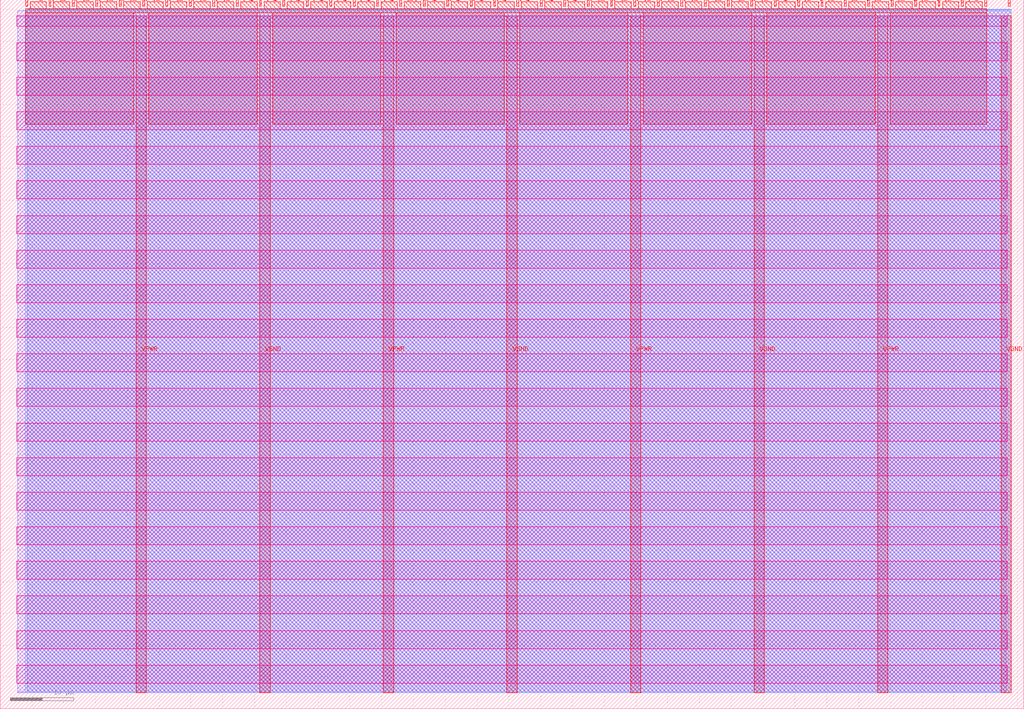
<source format=lef>
VERSION 5.7 ;
  NOWIREEXTENSIONATPIN ON ;
  DIVIDERCHAR "/" ;
  BUSBITCHARS "[]" ;
MACRO tt_um_zhwa_rgb_mixer
  CLASS BLOCK ;
  FOREIGN tt_um_zhwa_rgb_mixer ;
  ORIGIN 0.000 0.000 ;
  SIZE 161.000 BY 111.520 ;
  PIN VGND
    DIRECTION INOUT ;
    USE GROUND ;
    PORT
      LAYER met4 ;
        RECT 40.830 2.480 42.430 109.040 ;
    END
    PORT
      LAYER met4 ;
        RECT 79.700 2.480 81.300 109.040 ;
    END
    PORT
      LAYER met4 ;
        RECT 118.570 2.480 120.170 109.040 ;
    END
    PORT
      LAYER met4 ;
        RECT 157.440 2.480 159.040 109.040 ;
    END
  END VGND
  PIN VPWR
    DIRECTION INOUT ;
    USE POWER ;
    PORT
      LAYER met4 ;
        RECT 21.395 2.480 22.995 109.040 ;
    END
    PORT
      LAYER met4 ;
        RECT 60.265 2.480 61.865 109.040 ;
    END
    PORT
      LAYER met4 ;
        RECT 99.135 2.480 100.735 109.040 ;
    END
    PORT
      LAYER met4 ;
        RECT 138.005 2.480 139.605 109.040 ;
    END
  END VPWR
  PIN clk
    DIRECTION INPUT ;
    USE SIGNAL ;
    ANTENNAGATEAREA 0.852000 ;
    PORT
      LAYER met4 ;
        RECT 154.870 110.520 155.170 111.520 ;
    END
  END clk
  PIN ena
    DIRECTION INPUT ;
    USE SIGNAL ;
    PORT
      LAYER met4 ;
        RECT 158.550 110.520 158.850 111.520 ;
    END
  END ena
  PIN rst_n
    DIRECTION INPUT ;
    USE SIGNAL ;
    ANTENNAGATEAREA 0.159000 ;
    PORT
      LAYER met4 ;
        RECT 151.190 110.520 151.490 111.520 ;
    END
  END rst_n
  PIN ui_in[0]
    DIRECTION INPUT ;
    USE SIGNAL ;
    ANTENNAGATEAREA 0.196500 ;
    PORT
      LAYER met4 ;
        RECT 147.510 110.520 147.810 111.520 ;
    END
  END ui_in[0]
  PIN ui_in[1]
    DIRECTION INPUT ;
    USE SIGNAL ;
    ANTENNAGATEAREA 0.196500 ;
    PORT
      LAYER met4 ;
        RECT 143.830 110.520 144.130 111.520 ;
    END
  END ui_in[1]
  PIN ui_in[2]
    DIRECTION INPUT ;
    USE SIGNAL ;
    ANTENNAGATEAREA 0.196500 ;
    PORT
      LAYER met4 ;
        RECT 140.150 110.520 140.450 111.520 ;
    END
  END ui_in[2]
  PIN ui_in[3]
    DIRECTION INPUT ;
    USE SIGNAL ;
    ANTENNAGATEAREA 0.196500 ;
    PORT
      LAYER met4 ;
        RECT 136.470 110.520 136.770 111.520 ;
    END
  END ui_in[3]
  PIN ui_in[4]
    DIRECTION INPUT ;
    USE SIGNAL ;
    ANTENNAGATEAREA 0.196500 ;
    PORT
      LAYER met4 ;
        RECT 132.790 110.520 133.090 111.520 ;
    END
  END ui_in[4]
  PIN ui_in[5]
    DIRECTION INPUT ;
    USE SIGNAL ;
    ANTENNAGATEAREA 0.196500 ;
    PORT
      LAYER met4 ;
        RECT 129.110 110.520 129.410 111.520 ;
    END
  END ui_in[5]
  PIN ui_in[6]
    DIRECTION INPUT ;
    USE SIGNAL ;
    PORT
      LAYER met4 ;
        RECT 125.430 110.520 125.730 111.520 ;
    END
  END ui_in[6]
  PIN ui_in[7]
    DIRECTION INPUT ;
    USE SIGNAL ;
    PORT
      LAYER met4 ;
        RECT 121.750 110.520 122.050 111.520 ;
    END
  END ui_in[7]
  PIN uio_in[0]
    DIRECTION INPUT ;
    USE SIGNAL ;
    PORT
      LAYER met4 ;
        RECT 118.070 110.520 118.370 111.520 ;
    END
  END uio_in[0]
  PIN uio_in[1]
    DIRECTION INPUT ;
    USE SIGNAL ;
    PORT
      LAYER met4 ;
        RECT 114.390 110.520 114.690 111.520 ;
    END
  END uio_in[1]
  PIN uio_in[2]
    DIRECTION INPUT ;
    USE SIGNAL ;
    PORT
      LAYER met4 ;
        RECT 110.710 110.520 111.010 111.520 ;
    END
  END uio_in[2]
  PIN uio_in[3]
    DIRECTION INPUT ;
    USE SIGNAL ;
    PORT
      LAYER met4 ;
        RECT 107.030 110.520 107.330 111.520 ;
    END
  END uio_in[3]
  PIN uio_in[4]
    DIRECTION INPUT ;
    USE SIGNAL ;
    PORT
      LAYER met4 ;
        RECT 103.350 110.520 103.650 111.520 ;
    END
  END uio_in[4]
  PIN uio_in[5]
    DIRECTION INPUT ;
    USE SIGNAL ;
    PORT
      LAYER met4 ;
        RECT 99.670 110.520 99.970 111.520 ;
    END
  END uio_in[5]
  PIN uio_in[6]
    DIRECTION INPUT ;
    USE SIGNAL ;
    PORT
      LAYER met4 ;
        RECT 95.990 110.520 96.290 111.520 ;
    END
  END uio_in[6]
  PIN uio_in[7]
    DIRECTION INPUT ;
    USE SIGNAL ;
    PORT
      LAYER met4 ;
        RECT 92.310 110.520 92.610 111.520 ;
    END
  END uio_in[7]
  PIN uio_oe[0]
    DIRECTION OUTPUT TRISTATE ;
    USE SIGNAL ;
    PORT
      LAYER met4 ;
        RECT 29.750 110.520 30.050 111.520 ;
    END
  END uio_oe[0]
  PIN uio_oe[1]
    DIRECTION OUTPUT TRISTATE ;
    USE SIGNAL ;
    PORT
      LAYER met4 ;
        RECT 26.070 110.520 26.370 111.520 ;
    END
  END uio_oe[1]
  PIN uio_oe[2]
    DIRECTION OUTPUT TRISTATE ;
    USE SIGNAL ;
    PORT
      LAYER met4 ;
        RECT 22.390 110.520 22.690 111.520 ;
    END
  END uio_oe[2]
  PIN uio_oe[3]
    DIRECTION OUTPUT TRISTATE ;
    USE SIGNAL ;
    PORT
      LAYER met4 ;
        RECT 18.710 110.520 19.010 111.520 ;
    END
  END uio_oe[3]
  PIN uio_oe[4]
    DIRECTION OUTPUT TRISTATE ;
    USE SIGNAL ;
    PORT
      LAYER met4 ;
        RECT 15.030 110.520 15.330 111.520 ;
    END
  END uio_oe[4]
  PIN uio_oe[5]
    DIRECTION OUTPUT TRISTATE ;
    USE SIGNAL ;
    PORT
      LAYER met4 ;
        RECT 11.350 110.520 11.650 111.520 ;
    END
  END uio_oe[5]
  PIN uio_oe[6]
    DIRECTION OUTPUT TRISTATE ;
    USE SIGNAL ;
    PORT
      LAYER met4 ;
        RECT 7.670 110.520 7.970 111.520 ;
    END
  END uio_oe[6]
  PIN uio_oe[7]
    DIRECTION OUTPUT TRISTATE ;
    USE SIGNAL ;
    PORT
      LAYER met4 ;
        RECT 3.990 110.520 4.290 111.520 ;
    END
  END uio_oe[7]
  PIN uio_out[0]
    DIRECTION OUTPUT TRISTATE ;
    USE SIGNAL ;
    PORT
      LAYER met4 ;
        RECT 59.190 110.520 59.490 111.520 ;
    END
  END uio_out[0]
  PIN uio_out[1]
    DIRECTION OUTPUT TRISTATE ;
    USE SIGNAL ;
    PORT
      LAYER met4 ;
        RECT 55.510 110.520 55.810 111.520 ;
    END
  END uio_out[1]
  PIN uio_out[2]
    DIRECTION OUTPUT TRISTATE ;
    USE SIGNAL ;
    PORT
      LAYER met4 ;
        RECT 51.830 110.520 52.130 111.520 ;
    END
  END uio_out[2]
  PIN uio_out[3]
    DIRECTION OUTPUT TRISTATE ;
    USE SIGNAL ;
    PORT
      LAYER met4 ;
        RECT 48.150 110.520 48.450 111.520 ;
    END
  END uio_out[3]
  PIN uio_out[4]
    DIRECTION OUTPUT TRISTATE ;
    USE SIGNAL ;
    PORT
      LAYER met4 ;
        RECT 44.470 110.520 44.770 111.520 ;
    END
  END uio_out[4]
  PIN uio_out[5]
    DIRECTION OUTPUT TRISTATE ;
    USE SIGNAL ;
    PORT
      LAYER met4 ;
        RECT 40.790 110.520 41.090 111.520 ;
    END
  END uio_out[5]
  PIN uio_out[6]
    DIRECTION OUTPUT TRISTATE ;
    USE SIGNAL ;
    PORT
      LAYER met4 ;
        RECT 37.110 110.520 37.410 111.520 ;
    END
  END uio_out[6]
  PIN uio_out[7]
    DIRECTION OUTPUT TRISTATE ;
    USE SIGNAL ;
    PORT
      LAYER met4 ;
        RECT 33.430 110.520 33.730 111.520 ;
    END
  END uio_out[7]
  PIN uo_out[0]
    DIRECTION OUTPUT TRISTATE ;
    USE SIGNAL ;
    ANTENNADIFFAREA 0.795200 ;
    PORT
      LAYER met4 ;
        RECT 88.630 110.520 88.930 111.520 ;
    END
  END uo_out[0]
  PIN uo_out[1]
    DIRECTION OUTPUT TRISTATE ;
    USE SIGNAL ;
    ANTENNADIFFAREA 0.795200 ;
    PORT
      LAYER met4 ;
        RECT 84.950 110.520 85.250 111.520 ;
    END
  END uo_out[1]
  PIN uo_out[2]
    DIRECTION OUTPUT TRISTATE ;
    USE SIGNAL ;
    ANTENNADIFFAREA 0.445500 ;
    PORT
      LAYER met4 ;
        RECT 81.270 110.520 81.570 111.520 ;
    END
  END uo_out[2]
  PIN uo_out[3]
    DIRECTION OUTPUT TRISTATE ;
    USE SIGNAL ;
    PORT
      LAYER met4 ;
        RECT 77.590 110.520 77.890 111.520 ;
    END
  END uo_out[3]
  PIN uo_out[4]
    DIRECTION OUTPUT TRISTATE ;
    USE SIGNAL ;
    PORT
      LAYER met4 ;
        RECT 73.910 110.520 74.210 111.520 ;
    END
  END uo_out[4]
  PIN uo_out[5]
    DIRECTION OUTPUT TRISTATE ;
    USE SIGNAL ;
    PORT
      LAYER met4 ;
        RECT 70.230 110.520 70.530 111.520 ;
    END
  END uo_out[5]
  PIN uo_out[6]
    DIRECTION OUTPUT TRISTATE ;
    USE SIGNAL ;
    PORT
      LAYER met4 ;
        RECT 66.550 110.520 66.850 111.520 ;
    END
  END uo_out[6]
  PIN uo_out[7]
    DIRECTION OUTPUT TRISTATE ;
    USE SIGNAL ;
    PORT
      LAYER met4 ;
        RECT 62.870 110.520 63.170 111.520 ;
    END
  END uo_out[7]
  OBS
      LAYER nwell ;
        RECT 2.570 107.385 158.430 108.990 ;
        RECT 2.570 101.945 158.430 104.775 ;
        RECT 2.570 96.505 158.430 99.335 ;
        RECT 2.570 91.065 158.430 93.895 ;
        RECT 2.570 85.625 158.430 88.455 ;
        RECT 2.570 80.185 158.430 83.015 ;
        RECT 2.570 74.745 158.430 77.575 ;
        RECT 2.570 69.305 158.430 72.135 ;
        RECT 2.570 63.865 158.430 66.695 ;
        RECT 2.570 58.425 158.430 61.255 ;
        RECT 2.570 52.985 158.430 55.815 ;
        RECT 2.570 47.545 158.430 50.375 ;
        RECT 2.570 42.105 158.430 44.935 ;
        RECT 2.570 36.665 158.430 39.495 ;
        RECT 2.570 31.225 158.430 34.055 ;
        RECT 2.570 25.785 158.430 28.615 ;
        RECT 2.570 20.345 158.430 23.175 ;
        RECT 2.570 14.905 158.430 17.735 ;
        RECT 2.570 9.465 158.430 12.295 ;
        RECT 2.570 4.025 158.430 6.855 ;
      LAYER li1 ;
        RECT 2.760 2.635 158.240 108.885 ;
      LAYER met1 ;
        RECT 2.760 2.480 159.040 109.780 ;
      LAYER met2 ;
        RECT 4.230 2.535 159.010 110.005 ;
      LAYER met3 ;
        RECT 3.950 2.555 159.030 109.985 ;
      LAYER met4 ;
        RECT 4.690 110.120 7.270 111.170 ;
        RECT 8.370 110.120 10.950 111.170 ;
        RECT 12.050 110.120 14.630 111.170 ;
        RECT 15.730 110.120 18.310 111.170 ;
        RECT 19.410 110.120 21.990 111.170 ;
        RECT 23.090 110.120 25.670 111.170 ;
        RECT 26.770 110.120 29.350 111.170 ;
        RECT 30.450 110.120 33.030 111.170 ;
        RECT 34.130 110.120 36.710 111.170 ;
        RECT 37.810 110.120 40.390 111.170 ;
        RECT 41.490 110.120 44.070 111.170 ;
        RECT 45.170 110.120 47.750 111.170 ;
        RECT 48.850 110.120 51.430 111.170 ;
        RECT 52.530 110.120 55.110 111.170 ;
        RECT 56.210 110.120 58.790 111.170 ;
        RECT 59.890 110.120 62.470 111.170 ;
        RECT 63.570 110.120 66.150 111.170 ;
        RECT 67.250 110.120 69.830 111.170 ;
        RECT 70.930 110.120 73.510 111.170 ;
        RECT 74.610 110.120 77.190 111.170 ;
        RECT 78.290 110.120 80.870 111.170 ;
        RECT 81.970 110.120 84.550 111.170 ;
        RECT 85.650 110.120 88.230 111.170 ;
        RECT 89.330 110.120 91.910 111.170 ;
        RECT 93.010 110.120 95.590 111.170 ;
        RECT 96.690 110.120 99.270 111.170 ;
        RECT 100.370 110.120 102.950 111.170 ;
        RECT 104.050 110.120 106.630 111.170 ;
        RECT 107.730 110.120 110.310 111.170 ;
        RECT 111.410 110.120 113.990 111.170 ;
        RECT 115.090 110.120 117.670 111.170 ;
        RECT 118.770 110.120 121.350 111.170 ;
        RECT 122.450 110.120 125.030 111.170 ;
        RECT 126.130 110.120 128.710 111.170 ;
        RECT 129.810 110.120 132.390 111.170 ;
        RECT 133.490 110.120 136.070 111.170 ;
        RECT 137.170 110.120 139.750 111.170 ;
        RECT 140.850 110.120 143.430 111.170 ;
        RECT 144.530 110.120 147.110 111.170 ;
        RECT 148.210 110.120 150.790 111.170 ;
        RECT 151.890 110.120 154.470 111.170 ;
        RECT 3.975 109.440 155.185 110.120 ;
        RECT 3.975 91.975 20.995 109.440 ;
        RECT 23.395 91.975 40.430 109.440 ;
        RECT 42.830 91.975 59.865 109.440 ;
        RECT 62.265 91.975 79.300 109.440 ;
        RECT 81.700 91.975 98.735 109.440 ;
        RECT 101.135 91.975 118.170 109.440 ;
        RECT 120.570 91.975 137.605 109.440 ;
        RECT 140.005 91.975 155.185 109.440 ;
  END
END tt_um_zhwa_rgb_mixer
END LIBRARY


</source>
